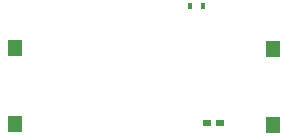
<source format=gbr>
G04 DesignSpark PCB Gerber Version 9.0 Build 5138 *
%FSLAX35Y35*%
%MOIN*%
%ADD22R,0.01254X0.02041*%
%ADD21R,0.05112X0.05506*%
%ADD20R,0.02553X0.01962*%
X0Y0D02*
D02*
D20*
X78295Y14624D03*
X82626D03*
D02*
D21*
X14193Y14183D03*
Y39773D03*
X100413Y13789D03*
Y39380D03*
D02*
D22*
X72795Y53624D03*
X77126D03*
X0Y0D02*
M02*

</source>
